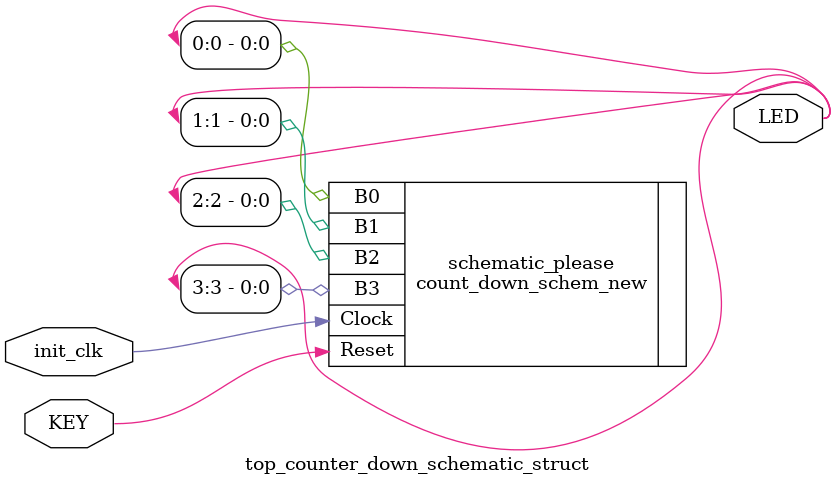
<source format=v>
module top_counter_down_schematic_struct(KEY, LED, init_clk);
	input init_clk;
	input KEY;
	output[9:0] LED;
//
//	reg[26:0] tBase; //  system timebase
//	wire slow_clk, inv_q;
//	
//	always @(posedge init_clk) tBase <= tBase + 1'b1; 	         //  build the timebase
//	
//	DFlipFlop time_flip (.q(slow_clk), .qBar(inv_q), .D(inv_q), .clk(tBase[24]), .rst(KEY));  //  uses system clock / 2^19 ~= 10 cycles per second
//	
//	count_down_schematic schematic_please (.CLOCK(slow_clk), .RESET(KEY), .out(LED[3:0]));
	count_down_schem_new schematic_please (.Clock(init_clk), .Reset(KEY), .B3(LED[3]), .B2(LED[2]), .B1(LED[1]), .B0(LED[0]));
endmodule 
</source>
